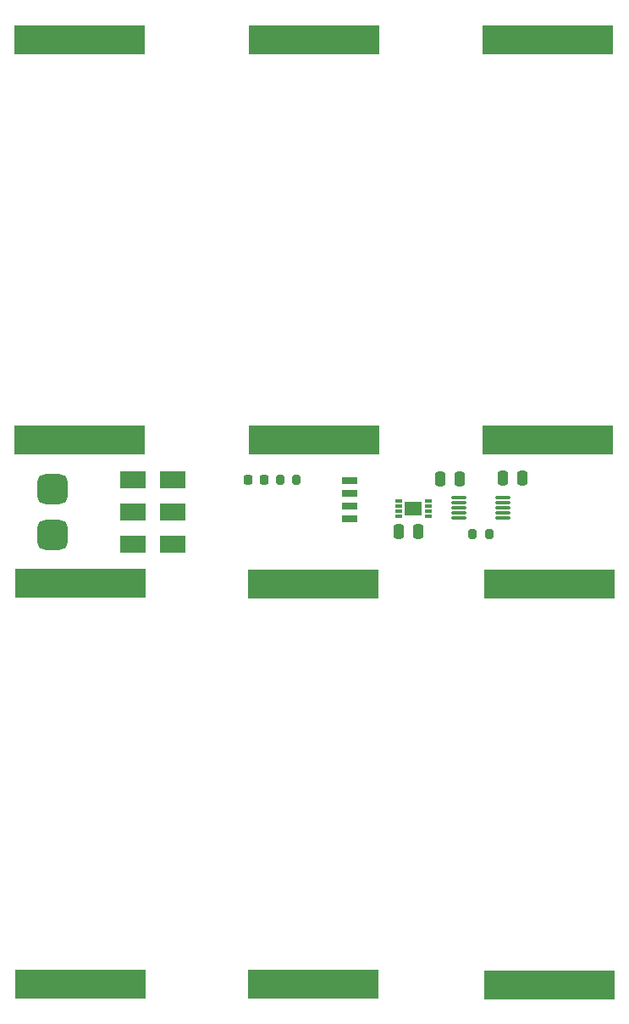
<source format=gbr>
%TF.GenerationSoftware,KiCad,Pcbnew,(6.0.11)*%
%TF.CreationDate,2023-03-22T15:14:06-07:00*%
%TF.ProjectId,solar-panel-NoCutout,736f6c61-722d-4706-916e-656c2d4e6f43,3.0*%
%TF.SameCoordinates,Original*%
%TF.FileFunction,Paste,Top*%
%TF.FilePolarity,Positive*%
%FSLAX46Y46*%
G04 Gerber Fmt 4.6, Leading zero omitted, Abs format (unit mm)*
G04 Created by KiCad (PCBNEW (6.0.11)) date 2023-03-22 15:14:06*
%MOMM*%
%LPD*%
G01*
G04 APERTURE LIST*
G04 Aperture macros list*
%AMRoundRect*
0 Rectangle with rounded corners*
0 $1 Rounding radius*
0 $2 $3 $4 $5 $6 $7 $8 $9 X,Y pos of 4 corners*
0 Add a 4 corners polygon primitive as box body*
4,1,4,$2,$3,$4,$5,$6,$7,$8,$9,$2,$3,0*
0 Add four circle primitives for the rounded corners*
1,1,$1+$1,$2,$3*
1,1,$1+$1,$4,$5*
1,1,$1+$1,$6,$7*
1,1,$1+$1,$8,$9*
0 Add four rect primitives between the rounded corners*
20,1,$1+$1,$2,$3,$4,$5,0*
20,1,$1+$1,$4,$5,$6,$7,0*
20,1,$1+$1,$6,$7,$8,$9,0*
20,1,$1+$1,$8,$9,$2,$3,0*%
G04 Aperture macros list end*
%ADD10R,0.750000X0.300000*%
%ADD11R,1.750000X1.450000*%
%ADD12R,13.000000X3.000000*%
%ADD13RoundRect,0.750000X0.750000X-0.750000X0.750000X0.750000X-0.750000X0.750000X-0.750000X-0.750000X0*%
%ADD14R,2.500000X1.700000*%
%ADD15RoundRect,0.250000X-0.250000X-0.475000X0.250000X-0.475000X0.250000X0.475000X-0.250000X0.475000X0*%
%ADD16RoundRect,0.250000X0.250000X0.475000X-0.250000X0.475000X-0.250000X-0.475000X0.250000X-0.475000X0*%
%ADD17R,1.600000X0.700000*%
%ADD18RoundRect,0.200000X0.200000X0.275000X-0.200000X0.275000X-0.200000X-0.275000X0.200000X-0.275000X0*%
%ADD19RoundRect,0.218750X-0.218750X-0.256250X0.218750X-0.256250X0.218750X0.256250X-0.218750X0.256250X0*%
%ADD20RoundRect,0.075000X-0.650000X-0.075000X0.650000X-0.075000X0.650000X0.075000X-0.650000X0.075000X0*%
G04 APERTURE END LIST*
D10*
%TO.C,U2*%
X155900000Y-115170000D03*
X155900000Y-114670000D03*
X155900000Y-114170000D03*
X155900000Y-113670000D03*
X153000000Y-113670000D03*
X153000000Y-114170000D03*
X153000000Y-114670000D03*
X153000000Y-115170000D03*
D11*
X154450000Y-114420000D03*
%TD*%
D12*
%TO.C,SC5*%
X167860000Y-67570000D03*
X167860000Y-107570000D03*
%TD*%
D13*
%TO.C,TP1*%
X118370000Y-112450000D03*
%TD*%
D14*
%TO.C,D3*%
X126400000Y-118000000D03*
X130400000Y-118000000D03*
%TD*%
D13*
%TO.C,TP2*%
X118360000Y-117050000D03*
%TD*%
D14*
%TO.C,D1*%
X126360000Y-111540000D03*
X130360000Y-111540000D03*
%TD*%
D12*
%TO.C,SC3*%
X144490000Y-67570000D03*
X144490000Y-107570000D03*
%TD*%
%TO.C,SC4*%
X144450000Y-121940000D03*
X144450000Y-161940000D03*
%TD*%
%TO.C,SC2*%
X121120000Y-121920000D03*
X121120000Y-161920000D03*
%TD*%
D14*
%TO.C,D2*%
X126360000Y-114750000D03*
X130360000Y-114750000D03*
%TD*%
D12*
%TO.C,SC6*%
X168000000Y-121970000D03*
X168000000Y-161970000D03*
%TD*%
D15*
%TO.C,C2*%
X153010000Y-116690000D03*
X154910000Y-116690000D03*
%TD*%
D16*
%TO.C,C5*%
X159050000Y-111450000D03*
X157150000Y-111450000D03*
%TD*%
D17*
%TO.C,U1*%
X148075000Y-115430000D03*
X148075000Y-114160000D03*
X148075000Y-112890000D03*
X148075000Y-111620000D03*
%TD*%
D18*
%TO.C,R3*%
X161990000Y-116970000D03*
X160340000Y-116970000D03*
%TD*%
D15*
%TO.C,C3*%
X163410000Y-111380000D03*
X165310000Y-111380000D03*
%TD*%
D19*
%TO.C,D4*%
X137912500Y-111525000D03*
X139487500Y-111525000D03*
%TD*%
D12*
%TO.C,SC1*%
X121090000Y-67570000D03*
X121090000Y-107570000D03*
%TD*%
D18*
%TO.C,R1*%
X142725000Y-111550000D03*
X141075000Y-111550000D03*
%TD*%
D20*
%TO.C,U3*%
X158980000Y-113350000D03*
X158980000Y-113850000D03*
X158980000Y-114350000D03*
X158980000Y-114850000D03*
X158980000Y-115350000D03*
X163380000Y-115350000D03*
X163380000Y-114850000D03*
X163380000Y-114350000D03*
X163380000Y-113850000D03*
X163380000Y-113350000D03*
%TD*%
M02*

</source>
